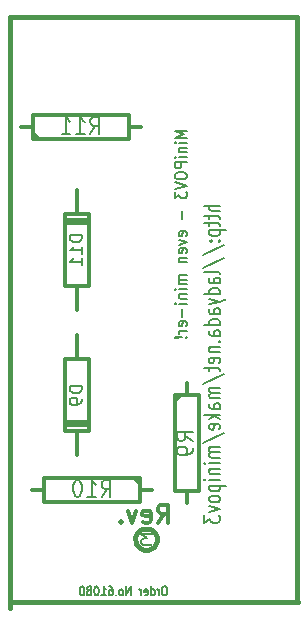
<source format=gbo>
G04 (created by PCBNEW-RS274X (2011-05-25)-stable) date Sun 14 Oct 2012 07:15:22 PM CDT*
G01*
G70*
G90*
%MOIN*%
G04 Gerber Fmt 3.4, Leading zero omitted, Abs format*
%FSLAX34Y34*%
G04 APERTURE LIST*
%ADD10C,0.006000*%
%ADD11C,0.008000*%
%ADD12C,0.015000*%
%ADD13C,0.005000*%
%ADD14C,0.012000*%
%ADD15C,0.012500*%
G04 APERTURE END LIST*
G54D10*
G54D11*
X07023Y-06273D02*
X06473Y-06273D01*
X07023Y-06445D02*
X06735Y-06445D01*
X06682Y-06426D01*
X06656Y-06388D01*
X06656Y-06330D01*
X06682Y-06292D01*
X06708Y-06273D01*
X06656Y-06578D02*
X06656Y-06730D01*
X06473Y-06635D02*
X06944Y-06635D01*
X06996Y-06654D01*
X07023Y-06692D01*
X07023Y-06730D01*
X06656Y-06807D02*
X06656Y-06959D01*
X06473Y-06864D02*
X06944Y-06864D01*
X06996Y-06883D01*
X07023Y-06921D01*
X07023Y-06959D01*
X06656Y-07093D02*
X07206Y-07093D01*
X06682Y-07093D02*
X06656Y-07131D01*
X06656Y-07208D01*
X06682Y-07246D01*
X06708Y-07265D01*
X06761Y-07284D01*
X06918Y-07284D01*
X06970Y-07265D01*
X06996Y-07246D01*
X07023Y-07208D01*
X07023Y-07131D01*
X06996Y-07093D01*
X06970Y-07455D02*
X06996Y-07474D01*
X07023Y-07455D01*
X06996Y-07436D01*
X06970Y-07455D01*
X07023Y-07455D01*
X06682Y-07455D02*
X06708Y-07474D01*
X06735Y-07455D01*
X06708Y-07436D01*
X06682Y-07455D01*
X06735Y-07455D01*
X06446Y-07931D02*
X07154Y-07588D01*
X06446Y-08350D02*
X07154Y-08007D01*
X07023Y-08540D02*
X06996Y-08502D01*
X06944Y-08483D01*
X06473Y-08483D01*
X07023Y-08865D02*
X06735Y-08865D01*
X06682Y-08846D01*
X06656Y-08808D01*
X06656Y-08731D01*
X06682Y-08693D01*
X06996Y-08865D02*
X07023Y-08827D01*
X07023Y-08731D01*
X06996Y-08693D01*
X06944Y-08674D01*
X06892Y-08674D01*
X06839Y-08693D01*
X06813Y-08731D01*
X06813Y-08827D01*
X06787Y-08865D01*
X07023Y-09227D02*
X06473Y-09227D01*
X06996Y-09227D02*
X07023Y-09189D01*
X07023Y-09112D01*
X06996Y-09074D01*
X06970Y-09055D01*
X06918Y-09036D01*
X06761Y-09036D01*
X06708Y-09055D01*
X06682Y-09074D01*
X06656Y-09112D01*
X06656Y-09189D01*
X06682Y-09227D01*
X06656Y-09379D02*
X07023Y-09474D01*
X06656Y-09570D02*
X07023Y-09474D01*
X07154Y-09436D01*
X07180Y-09417D01*
X07206Y-09379D01*
X07023Y-09894D02*
X06735Y-09894D01*
X06682Y-09875D01*
X06656Y-09837D01*
X06656Y-09760D01*
X06682Y-09722D01*
X06996Y-09894D02*
X07023Y-09856D01*
X07023Y-09760D01*
X06996Y-09722D01*
X06944Y-09703D01*
X06892Y-09703D01*
X06839Y-09722D01*
X06813Y-09760D01*
X06813Y-09856D01*
X06787Y-09894D01*
X07023Y-10256D02*
X06473Y-10256D01*
X06996Y-10256D02*
X07023Y-10218D01*
X07023Y-10141D01*
X06996Y-10103D01*
X06970Y-10084D01*
X06918Y-10065D01*
X06761Y-10065D01*
X06708Y-10084D01*
X06682Y-10103D01*
X06656Y-10141D01*
X06656Y-10218D01*
X06682Y-10256D01*
X07023Y-10618D02*
X06735Y-10618D01*
X06682Y-10599D01*
X06656Y-10561D01*
X06656Y-10484D01*
X06682Y-10446D01*
X06996Y-10618D02*
X07023Y-10580D01*
X07023Y-10484D01*
X06996Y-10446D01*
X06944Y-10427D01*
X06892Y-10427D01*
X06839Y-10446D01*
X06813Y-10484D01*
X06813Y-10580D01*
X06787Y-10618D01*
X06970Y-10808D02*
X06996Y-10827D01*
X07023Y-10808D01*
X06996Y-10789D01*
X06970Y-10808D01*
X07023Y-10808D01*
X06656Y-10998D02*
X07023Y-10998D01*
X06708Y-10998D02*
X06682Y-11017D01*
X06656Y-11055D01*
X06656Y-11113D01*
X06682Y-11151D01*
X06735Y-11170D01*
X07023Y-11170D01*
X06996Y-11513D02*
X07023Y-11475D01*
X07023Y-11398D01*
X06996Y-11360D01*
X06944Y-11341D01*
X06735Y-11341D01*
X06682Y-11360D01*
X06656Y-11398D01*
X06656Y-11475D01*
X06682Y-11513D01*
X06735Y-11532D01*
X06787Y-11532D01*
X06839Y-11341D01*
X06656Y-11646D02*
X06656Y-11798D01*
X06473Y-11703D02*
X06944Y-11703D01*
X06996Y-11722D01*
X07023Y-11760D01*
X07023Y-11798D01*
X06446Y-12218D02*
X07154Y-11875D01*
X07023Y-12351D02*
X06656Y-12351D01*
X06708Y-12351D02*
X06682Y-12370D01*
X06656Y-12408D01*
X06656Y-12466D01*
X06682Y-12504D01*
X06735Y-12523D01*
X07023Y-12523D01*
X06735Y-12523D02*
X06682Y-12542D01*
X06656Y-12580D01*
X06656Y-12637D01*
X06682Y-12675D01*
X06735Y-12694D01*
X07023Y-12694D01*
X07023Y-13056D02*
X06735Y-13056D01*
X06682Y-13037D01*
X06656Y-12999D01*
X06656Y-12922D01*
X06682Y-12884D01*
X06996Y-13056D02*
X07023Y-13018D01*
X07023Y-12922D01*
X06996Y-12884D01*
X06944Y-12865D01*
X06892Y-12865D01*
X06839Y-12884D01*
X06813Y-12922D01*
X06813Y-13018D01*
X06787Y-13056D01*
X07023Y-13246D02*
X06473Y-13246D01*
X06813Y-13284D02*
X07023Y-13399D01*
X06656Y-13399D02*
X06865Y-13246D01*
X06996Y-13723D02*
X07023Y-13685D01*
X07023Y-13608D01*
X06996Y-13570D01*
X06944Y-13551D01*
X06735Y-13551D01*
X06682Y-13570D01*
X06656Y-13608D01*
X06656Y-13685D01*
X06682Y-13723D01*
X06735Y-13742D01*
X06787Y-13742D01*
X06839Y-13551D01*
X06446Y-14199D02*
X07154Y-13856D01*
X07023Y-14332D02*
X06656Y-14332D01*
X06708Y-14332D02*
X06682Y-14351D01*
X06656Y-14389D01*
X06656Y-14447D01*
X06682Y-14485D01*
X06735Y-14504D01*
X07023Y-14504D01*
X06735Y-14504D02*
X06682Y-14523D01*
X06656Y-14561D01*
X06656Y-14618D01*
X06682Y-14656D01*
X06735Y-14675D01*
X07023Y-14675D01*
X07023Y-14865D02*
X06656Y-14865D01*
X06473Y-14865D02*
X06499Y-14846D01*
X06525Y-14865D01*
X06499Y-14884D01*
X06473Y-14865D01*
X06525Y-14865D01*
X06656Y-15055D02*
X07023Y-15055D01*
X06708Y-15055D02*
X06682Y-15074D01*
X06656Y-15112D01*
X06656Y-15170D01*
X06682Y-15208D01*
X06735Y-15227D01*
X07023Y-15227D01*
X07023Y-15417D02*
X06656Y-15417D01*
X06473Y-15417D02*
X06499Y-15398D01*
X06525Y-15417D01*
X06499Y-15436D01*
X06473Y-15417D01*
X06525Y-15417D01*
X06656Y-15607D02*
X07206Y-15607D01*
X06682Y-15607D02*
X06656Y-15645D01*
X06656Y-15722D01*
X06682Y-15760D01*
X06708Y-15779D01*
X06761Y-15798D01*
X06918Y-15798D01*
X06970Y-15779D01*
X06996Y-15760D01*
X07023Y-15722D01*
X07023Y-15645D01*
X06996Y-15607D01*
X07023Y-16026D02*
X06996Y-15988D01*
X06970Y-15969D01*
X06918Y-15950D01*
X06761Y-15950D01*
X06708Y-15969D01*
X06682Y-15988D01*
X06656Y-16026D01*
X06656Y-16084D01*
X06682Y-16122D01*
X06708Y-16141D01*
X06761Y-16160D01*
X06918Y-16160D01*
X06970Y-16141D01*
X06996Y-16122D01*
X07023Y-16084D01*
X07023Y-16026D01*
X06656Y-16293D02*
X07023Y-16388D01*
X06656Y-16484D01*
X06473Y-16598D02*
X06473Y-16846D01*
X06682Y-16712D01*
X06682Y-16770D01*
X06708Y-16808D01*
X06735Y-16827D01*
X06787Y-16846D01*
X06918Y-16846D01*
X06970Y-16827D01*
X06996Y-16808D01*
X07023Y-16770D01*
X07023Y-16655D01*
X06996Y-16617D01*
X06970Y-16598D01*
G54D12*
X00000Y00000D02*
X00000Y-19685D01*
X00000Y-19500D02*
X09600Y-19500D01*
X00000Y00000D02*
X09575Y00000D01*
X09575Y00000D02*
X09575Y-19500D01*
X00000Y00000D02*
X00000Y-19500D01*
G54D13*
X05192Y-18971D02*
X05144Y-18971D01*
X05120Y-18986D01*
X05097Y-19014D01*
X05085Y-19071D01*
X05085Y-19171D01*
X05097Y-19229D01*
X05120Y-19257D01*
X05144Y-19271D01*
X05192Y-19271D01*
X05216Y-19257D01*
X05239Y-19229D01*
X05251Y-19171D01*
X05251Y-19071D01*
X05239Y-19014D01*
X05216Y-18986D01*
X05192Y-18971D01*
X04977Y-19271D02*
X04977Y-19071D01*
X04977Y-19129D02*
X04966Y-19100D01*
X04954Y-19086D01*
X04930Y-19071D01*
X04906Y-19071D01*
X04715Y-19271D02*
X04715Y-18971D01*
X04715Y-19257D02*
X04739Y-19271D01*
X04787Y-19271D01*
X04811Y-19257D01*
X04822Y-19243D01*
X04834Y-19214D01*
X04834Y-19129D01*
X04822Y-19100D01*
X04811Y-19086D01*
X04787Y-19071D01*
X04739Y-19071D01*
X04715Y-19086D01*
X04501Y-19257D02*
X04525Y-19271D01*
X04573Y-19271D01*
X04596Y-19257D01*
X04608Y-19229D01*
X04608Y-19114D01*
X04596Y-19086D01*
X04573Y-19071D01*
X04525Y-19071D01*
X04501Y-19086D01*
X04489Y-19114D01*
X04489Y-19143D01*
X04608Y-19171D01*
X04382Y-19271D02*
X04382Y-19071D01*
X04382Y-19129D02*
X04371Y-19100D01*
X04359Y-19086D01*
X04335Y-19071D01*
X04311Y-19071D01*
X04037Y-19271D02*
X04037Y-18971D01*
X03895Y-19271D01*
X03895Y-18971D01*
X03740Y-19271D02*
X03764Y-19257D01*
X03775Y-19243D01*
X03787Y-19214D01*
X03787Y-19129D01*
X03775Y-19100D01*
X03764Y-19086D01*
X03740Y-19071D01*
X03704Y-19071D01*
X03680Y-19086D01*
X03668Y-19100D01*
X03656Y-19129D01*
X03656Y-19214D01*
X03668Y-19243D01*
X03680Y-19257D01*
X03704Y-19271D01*
X03740Y-19271D01*
X03549Y-19243D02*
X03538Y-19257D01*
X03549Y-19271D01*
X03561Y-19257D01*
X03549Y-19243D01*
X03549Y-19271D01*
X03323Y-18971D02*
X03371Y-18971D01*
X03395Y-18986D01*
X03407Y-19000D01*
X03430Y-19043D01*
X03442Y-19100D01*
X03442Y-19214D01*
X03430Y-19243D01*
X03419Y-19257D01*
X03395Y-19271D01*
X03347Y-19271D01*
X03323Y-19257D01*
X03311Y-19243D01*
X03300Y-19214D01*
X03300Y-19143D01*
X03311Y-19114D01*
X03323Y-19100D01*
X03347Y-19086D01*
X03395Y-19086D01*
X03419Y-19100D01*
X03430Y-19114D01*
X03442Y-19143D01*
X03062Y-19271D02*
X03204Y-19271D01*
X03133Y-19271D02*
X03133Y-18971D01*
X03157Y-19014D01*
X03181Y-19043D01*
X03204Y-19057D01*
X02907Y-18971D02*
X02883Y-18971D01*
X02859Y-18986D01*
X02847Y-19000D01*
X02835Y-19029D01*
X02824Y-19086D01*
X02824Y-19157D01*
X02835Y-19214D01*
X02847Y-19243D01*
X02859Y-19257D01*
X02883Y-19271D01*
X02907Y-19271D01*
X02931Y-19257D01*
X02943Y-19243D01*
X02954Y-19214D01*
X02966Y-19157D01*
X02966Y-19086D01*
X02954Y-19029D01*
X02943Y-19000D01*
X02931Y-18986D01*
X02907Y-18971D01*
X02681Y-19100D02*
X02705Y-19086D01*
X02716Y-19071D01*
X02728Y-19043D01*
X02728Y-19029D01*
X02716Y-19000D01*
X02705Y-18986D01*
X02681Y-18971D01*
X02633Y-18971D01*
X02609Y-18986D01*
X02597Y-19000D01*
X02586Y-19029D01*
X02586Y-19043D01*
X02597Y-19071D01*
X02609Y-19086D01*
X02633Y-19100D01*
X02681Y-19100D01*
X02705Y-19114D01*
X02716Y-19129D01*
X02728Y-19157D01*
X02728Y-19214D01*
X02716Y-19243D01*
X02705Y-19257D01*
X02681Y-19271D01*
X02633Y-19271D01*
X02609Y-19257D01*
X02597Y-19243D01*
X02586Y-19214D01*
X02586Y-19157D01*
X02597Y-19129D01*
X02609Y-19114D01*
X02633Y-19100D01*
X02431Y-18971D02*
X02407Y-18971D01*
X02383Y-18986D01*
X02371Y-19000D01*
X02359Y-19029D01*
X02348Y-19086D01*
X02348Y-19157D01*
X02359Y-19214D01*
X02371Y-19243D01*
X02383Y-19257D01*
X02407Y-19271D01*
X02431Y-19271D01*
X02455Y-19257D01*
X02467Y-19243D01*
X02478Y-19214D01*
X02490Y-19157D01*
X02490Y-19086D01*
X02478Y-19029D01*
X02467Y-19000D01*
X02455Y-18986D01*
X02431Y-18971D01*
G54D14*
X04942Y-16843D02*
X05142Y-16557D01*
X05285Y-16843D02*
X05285Y-16243D01*
X05057Y-16243D01*
X04999Y-16271D01*
X04971Y-16300D01*
X04942Y-16357D01*
X04942Y-16443D01*
X04971Y-16500D01*
X04999Y-16529D01*
X05057Y-16557D01*
X05285Y-16557D01*
X04457Y-16814D02*
X04514Y-16843D01*
X04628Y-16843D01*
X04685Y-16814D01*
X04714Y-16757D01*
X04714Y-16529D01*
X04685Y-16471D01*
X04628Y-16443D01*
X04514Y-16443D01*
X04457Y-16471D01*
X04428Y-16529D01*
X04428Y-16586D01*
X04714Y-16643D01*
X04228Y-16443D02*
X04085Y-16843D01*
X03943Y-16443D01*
X03714Y-16786D02*
X03686Y-16814D01*
X03714Y-16843D01*
X03743Y-16814D01*
X03714Y-16786D01*
X03714Y-16843D01*
G54D11*
X04749Y-17226D02*
X04378Y-17226D01*
X04578Y-17369D01*
X04492Y-17369D01*
X04435Y-17387D01*
X04406Y-17405D01*
X04378Y-17441D01*
X04378Y-17530D01*
X04406Y-17566D01*
X04435Y-17583D01*
X04492Y-17601D01*
X04664Y-17601D01*
X04721Y-17583D01*
X04749Y-17566D01*
G54D12*
X04910Y-17400D02*
X04903Y-17469D01*
X04882Y-17537D01*
X04849Y-17599D01*
X04805Y-17653D01*
X04751Y-17698D01*
X04689Y-17731D01*
X04622Y-17752D01*
X04552Y-17759D01*
X04483Y-17753D01*
X04416Y-17733D01*
X04353Y-17701D01*
X04299Y-17657D01*
X04253Y-17603D01*
X04220Y-17541D01*
X04198Y-17474D01*
X04191Y-17405D01*
X04196Y-17336D01*
X04216Y-17268D01*
X04248Y-17205D01*
X04292Y-17150D01*
X04345Y-17105D01*
X04406Y-17071D01*
X04473Y-17049D01*
X04543Y-17041D01*
X04612Y-17046D01*
X04680Y-17065D01*
X04742Y-17097D01*
X04798Y-17140D01*
X04844Y-17193D01*
X04878Y-17254D01*
X04901Y-17321D01*
X04909Y-17390D01*
X04910Y-17400D01*
G54D10*
X05912Y-03781D02*
X05512Y-03781D01*
X05798Y-03898D01*
X05512Y-04015D01*
X05912Y-04015D01*
X05912Y-04181D02*
X05645Y-04181D01*
X05512Y-04181D02*
X05531Y-04165D01*
X05550Y-04181D01*
X05531Y-04198D01*
X05512Y-04181D01*
X05550Y-04181D01*
X05645Y-04348D02*
X05912Y-04348D01*
X05683Y-04348D02*
X05664Y-04365D01*
X05645Y-04398D01*
X05645Y-04448D01*
X05664Y-04482D01*
X05702Y-04498D01*
X05912Y-04498D01*
X05912Y-04665D02*
X05645Y-04665D01*
X05512Y-04665D02*
X05531Y-04649D01*
X05550Y-04665D01*
X05531Y-04682D01*
X05512Y-04665D01*
X05550Y-04665D01*
X05912Y-04832D02*
X05512Y-04832D01*
X05512Y-04966D01*
X05531Y-04999D01*
X05550Y-05016D01*
X05588Y-05032D01*
X05645Y-05032D01*
X05683Y-05016D01*
X05702Y-04999D01*
X05721Y-04966D01*
X05721Y-04832D01*
X05512Y-05249D02*
X05512Y-05316D01*
X05531Y-05349D01*
X05569Y-05382D01*
X05645Y-05399D01*
X05779Y-05399D01*
X05855Y-05382D01*
X05893Y-05349D01*
X05912Y-05316D01*
X05912Y-05249D01*
X05893Y-05216D01*
X05855Y-05182D01*
X05779Y-05166D01*
X05645Y-05166D01*
X05569Y-05182D01*
X05531Y-05216D01*
X05512Y-05249D01*
X05512Y-05499D02*
X05912Y-05616D01*
X05512Y-05733D01*
X05512Y-05816D02*
X05512Y-06033D01*
X05664Y-05916D01*
X05664Y-05966D01*
X05683Y-05999D01*
X05702Y-06016D01*
X05740Y-06033D01*
X05836Y-06033D01*
X05874Y-06016D01*
X05893Y-05999D01*
X05912Y-05966D01*
X05912Y-05866D01*
X05893Y-05833D01*
X05874Y-05816D01*
X05760Y-06449D02*
X05760Y-06716D01*
X05893Y-07283D02*
X05912Y-07249D01*
X05912Y-07183D01*
X05893Y-07149D01*
X05855Y-07133D01*
X05702Y-07133D01*
X05664Y-07149D01*
X05645Y-07183D01*
X05645Y-07249D01*
X05664Y-07283D01*
X05702Y-07299D01*
X05740Y-07299D01*
X05779Y-07133D01*
X05645Y-07416D02*
X05912Y-07499D01*
X05645Y-07583D01*
X05893Y-07850D02*
X05912Y-07816D01*
X05912Y-07750D01*
X05893Y-07716D01*
X05855Y-07700D01*
X05702Y-07700D01*
X05664Y-07716D01*
X05645Y-07750D01*
X05645Y-07816D01*
X05664Y-07850D01*
X05702Y-07866D01*
X05740Y-07866D01*
X05779Y-07700D01*
X05645Y-08016D02*
X05912Y-08016D01*
X05683Y-08016D02*
X05664Y-08033D01*
X05645Y-08066D01*
X05645Y-08116D01*
X05664Y-08150D01*
X05702Y-08166D01*
X05912Y-08166D01*
X05912Y-08600D02*
X05645Y-08600D01*
X05683Y-08600D02*
X05664Y-08617D01*
X05645Y-08650D01*
X05645Y-08700D01*
X05664Y-08734D01*
X05702Y-08750D01*
X05912Y-08750D01*
X05702Y-08750D02*
X05664Y-08767D01*
X05645Y-08800D01*
X05645Y-08850D01*
X05664Y-08884D01*
X05702Y-08900D01*
X05912Y-08900D01*
X05912Y-09067D02*
X05645Y-09067D01*
X05512Y-09067D02*
X05531Y-09051D01*
X05550Y-09067D01*
X05531Y-09084D01*
X05512Y-09067D01*
X05550Y-09067D01*
X05645Y-09234D02*
X05912Y-09234D01*
X05683Y-09234D02*
X05664Y-09251D01*
X05645Y-09284D01*
X05645Y-09334D01*
X05664Y-09368D01*
X05702Y-09384D01*
X05912Y-09384D01*
X05912Y-09551D02*
X05645Y-09551D01*
X05512Y-09551D02*
X05531Y-09535D01*
X05550Y-09551D01*
X05531Y-09568D01*
X05512Y-09551D01*
X05550Y-09551D01*
X05760Y-09718D02*
X05760Y-09985D01*
X05893Y-10285D02*
X05912Y-10251D01*
X05912Y-10185D01*
X05893Y-10151D01*
X05855Y-10135D01*
X05702Y-10135D01*
X05664Y-10151D01*
X05645Y-10185D01*
X05645Y-10251D01*
X05664Y-10285D01*
X05702Y-10301D01*
X05740Y-10301D01*
X05779Y-10135D01*
X05912Y-10451D02*
X05645Y-10451D01*
X05721Y-10451D02*
X05683Y-10468D01*
X05664Y-10485D01*
X05645Y-10518D01*
X05645Y-10551D01*
X05874Y-10668D02*
X05893Y-10685D01*
X05912Y-10668D01*
X05893Y-10652D01*
X05874Y-10668D01*
X05912Y-10668D01*
X05760Y-10668D02*
X05531Y-10652D01*
X05512Y-10668D01*
X05531Y-10685D01*
X05760Y-10668D01*
X05512Y-10668D01*
G54D14*
X05900Y-12200D02*
X05900Y-12600D01*
X05900Y-12600D02*
X05500Y-12600D01*
X05500Y-12600D02*
X05500Y-15800D01*
X05500Y-15800D02*
X06300Y-15800D01*
X06300Y-15800D02*
X06300Y-12600D01*
X06300Y-12600D02*
X05900Y-12600D01*
X05700Y-12600D02*
X05500Y-12800D01*
X05900Y-16200D02*
X05900Y-15800D01*
X04750Y-15750D02*
X04350Y-15750D01*
X04350Y-15750D02*
X04350Y-15350D01*
X04350Y-15350D02*
X01150Y-15350D01*
X01150Y-15350D02*
X01150Y-16150D01*
X01150Y-16150D02*
X04350Y-16150D01*
X04350Y-16150D02*
X04350Y-15750D01*
X04350Y-15550D02*
X04150Y-15350D01*
X00750Y-15750D02*
X01150Y-15750D01*
X00375Y-03650D02*
X00775Y-03650D01*
X00775Y-03650D02*
X00775Y-04050D01*
X00775Y-04050D02*
X03975Y-04050D01*
X03975Y-04050D02*
X03975Y-03250D01*
X03975Y-03250D02*
X00775Y-03250D01*
X00775Y-03250D02*
X00775Y-03650D01*
X00775Y-03850D02*
X00975Y-04050D01*
X04375Y-03650D02*
X03975Y-03650D01*
G54D15*
X02250Y-11100D02*
X02250Y-10600D01*
X02250Y-14100D02*
X02250Y-14600D01*
X02250Y-14100D02*
X02250Y-13800D01*
G54D14*
X02250Y-13800D02*
X01850Y-13800D01*
X01850Y-13800D02*
X01850Y-11400D01*
X01850Y-11400D02*
X02250Y-11400D01*
X02250Y-11400D02*
X02250Y-11100D01*
X02250Y-11400D02*
X02650Y-11400D01*
X02650Y-11400D02*
X02650Y-13800D01*
X02650Y-13800D02*
X02250Y-13800D01*
X01850Y-13600D02*
X02650Y-13600D01*
X02650Y-13500D02*
X01850Y-13500D01*
G54D15*
X02250Y-09250D02*
X02250Y-09750D01*
X02250Y-06250D02*
X02250Y-05750D01*
X02250Y-06250D02*
X02250Y-06550D01*
G54D14*
X02250Y-06550D02*
X02650Y-06550D01*
X02650Y-06550D02*
X02650Y-08950D01*
X02650Y-08950D02*
X02250Y-08950D01*
X02250Y-08950D02*
X02250Y-09250D01*
X02250Y-08950D02*
X01850Y-08950D01*
X01850Y-08950D02*
X01850Y-06550D01*
X01850Y-06550D02*
X02250Y-06550D01*
X02650Y-06750D02*
X01850Y-06750D01*
X01850Y-06850D02*
X02650Y-06850D01*
G54D11*
X06123Y-14117D02*
X05861Y-13950D01*
X06123Y-13831D02*
X05573Y-13831D01*
X05573Y-14022D01*
X05599Y-14069D01*
X05625Y-14093D01*
X05677Y-14117D01*
X05756Y-14117D01*
X05808Y-14093D01*
X05835Y-14069D01*
X05861Y-14022D01*
X05861Y-13831D01*
X06123Y-14355D02*
X06123Y-14450D01*
X06096Y-14498D01*
X06070Y-14522D01*
X05992Y-14569D01*
X05887Y-14593D01*
X05677Y-14593D01*
X05625Y-14569D01*
X05599Y-14545D01*
X05573Y-14498D01*
X05573Y-14402D01*
X05599Y-14355D01*
X05625Y-14331D01*
X05677Y-14307D01*
X05808Y-14307D01*
X05861Y-14331D01*
X05887Y-14355D01*
X05913Y-14402D01*
X05913Y-14498D01*
X05887Y-14545D01*
X05861Y-14569D01*
X05808Y-14593D01*
X03071Y-15973D02*
X03238Y-15711D01*
X03357Y-15973D02*
X03357Y-15423D01*
X03166Y-15423D01*
X03119Y-15449D01*
X03095Y-15475D01*
X03071Y-15527D01*
X03071Y-15606D01*
X03095Y-15658D01*
X03119Y-15685D01*
X03166Y-15711D01*
X03357Y-15711D01*
X02595Y-15973D02*
X02881Y-15973D01*
X02738Y-15973D02*
X02738Y-15423D01*
X02786Y-15501D01*
X02833Y-15554D01*
X02881Y-15580D01*
X02286Y-15423D02*
X02238Y-15423D01*
X02190Y-15449D01*
X02167Y-15475D01*
X02143Y-15527D01*
X02119Y-15632D01*
X02119Y-15763D01*
X02143Y-15868D01*
X02167Y-15920D01*
X02190Y-15946D01*
X02238Y-15973D01*
X02286Y-15973D01*
X02333Y-15946D01*
X02357Y-15920D01*
X02381Y-15868D01*
X02405Y-15763D01*
X02405Y-15632D01*
X02381Y-15527D01*
X02357Y-15475D01*
X02333Y-15449D01*
X02286Y-15423D01*
X02696Y-03873D02*
X02863Y-03611D01*
X02982Y-03873D02*
X02982Y-03323D01*
X02791Y-03323D01*
X02744Y-03349D01*
X02720Y-03375D01*
X02696Y-03427D01*
X02696Y-03506D01*
X02720Y-03558D01*
X02744Y-03585D01*
X02791Y-03611D01*
X02982Y-03611D01*
X02220Y-03873D02*
X02506Y-03873D01*
X02363Y-03873D02*
X02363Y-03323D01*
X02411Y-03401D01*
X02458Y-03454D01*
X02506Y-03480D01*
X01744Y-03873D02*
X02030Y-03873D01*
X01887Y-03873D02*
X01887Y-03323D01*
X01935Y-03401D01*
X01982Y-03454D01*
X02030Y-03480D01*
X02412Y-12305D02*
X02012Y-12305D01*
X02012Y-12400D01*
X02031Y-12458D01*
X02069Y-12496D01*
X02107Y-12515D01*
X02183Y-12534D01*
X02240Y-12534D01*
X02317Y-12515D01*
X02355Y-12496D01*
X02393Y-12458D01*
X02412Y-12400D01*
X02412Y-12305D01*
X02412Y-12724D02*
X02412Y-12800D01*
X02393Y-12839D01*
X02374Y-12858D01*
X02317Y-12896D01*
X02240Y-12915D01*
X02088Y-12915D01*
X02050Y-12896D01*
X02031Y-12877D01*
X02012Y-12839D01*
X02012Y-12762D01*
X02031Y-12724D01*
X02050Y-12705D01*
X02088Y-12686D01*
X02183Y-12686D01*
X02221Y-12705D01*
X02240Y-12724D01*
X02260Y-12762D01*
X02260Y-12839D01*
X02240Y-12877D01*
X02221Y-12896D01*
X02183Y-12915D01*
X02412Y-07264D02*
X02012Y-07264D01*
X02012Y-07359D01*
X02031Y-07417D01*
X02069Y-07455D01*
X02107Y-07474D01*
X02183Y-07493D01*
X02240Y-07493D01*
X02317Y-07474D01*
X02355Y-07455D01*
X02393Y-07417D01*
X02412Y-07359D01*
X02412Y-07264D01*
X02412Y-07874D02*
X02412Y-07645D01*
X02412Y-07759D02*
X02012Y-07759D01*
X02069Y-07721D01*
X02107Y-07683D01*
X02126Y-07645D01*
X02412Y-08255D02*
X02412Y-08026D01*
X02412Y-08140D02*
X02012Y-08140D01*
X02069Y-08102D01*
X02107Y-08064D01*
X02126Y-08026D01*
M02*

</source>
